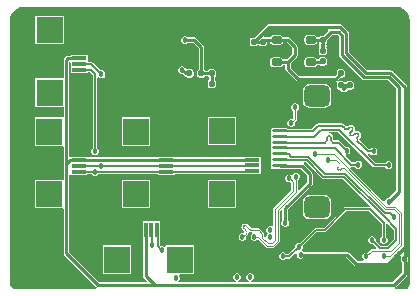
<source format=gtl>
G04*
G04 #@! TF.GenerationSoftware,Altium Limited,Altium Designer,21.9.2 (33)*
G04*
G04 Layer_Physical_Order=1*
G04 Layer_Color=255*
%FSLAX25Y25*%
%MOIN*%
G70*
G04*
G04 #@! TF.SameCoordinates,6337DD35-F76D-4253-AB87-260676900378*
G04*
G04*
G04 #@! TF.FilePolarity,Positive*
G04*
G01*
G75*
%ADD10C,0.01000*%
%ADD13R,0.08661X0.08661*%
%ADD14R,0.04921X0.01181*%
%ADD15R,0.08661X0.08661*%
%ADD16R,0.01181X0.04921*%
G04:AMPARAMS|DCode=17|XSize=86mil|YSize=72mil|CornerRadius=18mil|HoleSize=0mil|Usage=FLASHONLY|Rotation=0.000|XOffset=0mil|YOffset=0mil|HoleType=Round|Shape=RoundedRectangle|*
%AMROUNDEDRECTD17*
21,1,0.08600,0.03600,0,0,0.0*
21,1,0.05000,0.07200,0,0,0.0*
1,1,0.03600,0.02500,-0.01800*
1,1,0.03600,-0.02500,-0.01800*
1,1,0.03600,-0.02500,0.01800*
1,1,0.03600,0.02500,0.01800*
%
%ADD17ROUNDEDRECTD17*%
G04:AMPARAMS|DCode=18|XSize=20mil|YSize=20mil|CornerRadius=5mil|HoleSize=0mil|Usage=FLASHONLY|Rotation=0.000|XOffset=0mil|YOffset=0mil|HoleType=Round|Shape=RoundedRectangle|*
%AMROUNDEDRECTD18*
21,1,0.02000,0.01000,0,0,0.0*
21,1,0.01000,0.02000,0,0,0.0*
1,1,0.01000,0.00500,-0.00500*
1,1,0.01000,-0.00500,-0.00500*
1,1,0.01000,-0.00500,0.00500*
1,1,0.01000,0.00500,0.00500*
%
%ADD18ROUNDEDRECTD18*%
G04:AMPARAMS|DCode=19|XSize=23.62mil|YSize=35mil|CornerRadius=5.91mil|HoleSize=0mil|Usage=FLASHONLY|Rotation=90.000|XOffset=0mil|YOffset=0mil|HoleType=Round|Shape=RoundedRectangle|*
%AMROUNDEDRECTD19*
21,1,0.02362,0.02319,0,0,90.0*
21,1,0.01181,0.03500,0,0,90.0*
1,1,0.01181,0.01159,0.00591*
1,1,0.01181,0.01159,-0.00591*
1,1,0.01181,-0.01159,-0.00591*
1,1,0.01181,-0.01159,0.00591*
%
%ADD19ROUNDEDRECTD19*%
G04:AMPARAMS|DCode=20|XSize=20mil|YSize=20mil|CornerRadius=5mil|HoleSize=0mil|Usage=FLASHONLY|Rotation=270.000|XOffset=0mil|YOffset=0mil|HoleType=Round|Shape=RoundedRectangle|*
%AMROUNDEDRECTD20*
21,1,0.02000,0.01000,0,0,270.0*
21,1,0.01000,0.02000,0,0,270.0*
1,1,0.01000,-0.00500,-0.00500*
1,1,0.01000,-0.00500,0.00500*
1,1,0.01000,0.00500,0.00500*
1,1,0.01000,0.00500,-0.00500*
%
%ADD20ROUNDEDRECTD20*%
G04:AMPARAMS|DCode=21|XSize=50mil|YSize=10mil|CornerRadius=2.5mil|HoleSize=0mil|Usage=FLASHONLY|Rotation=180.000|XOffset=0mil|YOffset=0mil|HoleType=Round|Shape=RoundedRectangle|*
%AMROUNDEDRECTD21*
21,1,0.05000,0.00500,0,0,180.0*
21,1,0.04500,0.01000,0,0,180.0*
1,1,0.00500,-0.02250,0.00250*
1,1,0.00500,0.02250,0.00250*
1,1,0.00500,0.02250,-0.00250*
1,1,0.00500,-0.02250,-0.00250*
%
%ADD21ROUNDEDRECTD21*%
%ADD32C,0.00400*%
%ADD33C,0.00600*%
%ADD34C,0.15748*%
%ADD35C,0.01800*%
G36*
X57089Y21901D02*
Y17613D01*
X57064Y17602D01*
X56698Y17236D01*
X56500Y16759D01*
Y16241D01*
X56698Y15764D01*
X57064Y15398D01*
X57541Y15200D01*
X58059D01*
X58536Y15398D01*
X58902Y15764D01*
X59100Y16241D01*
Y16759D01*
X58902Y17236D01*
X58536Y17602D01*
X58517Y17610D01*
Y21869D01*
X59017Y22076D01*
X61186Y19907D01*
Y16800D01*
X58800Y14414D01*
X56896D01*
X55191Y16119D01*
X55200Y16141D01*
Y16659D01*
X55002Y17136D01*
X54636Y17502D01*
X54159Y17700D01*
X53641D01*
X53164Y17502D01*
X52798Y17136D01*
X52600Y16659D01*
Y16141D01*
X52798Y15664D01*
X53164Y15298D01*
X53641Y15100D01*
X54159D01*
X54181Y15109D01*
X55379Y13911D01*
X55188Y13449D01*
X53800D01*
X53341Y13259D01*
X52346Y12264D01*
X52259Y12300D01*
X51741D01*
X51264Y12102D01*
X50898Y11736D01*
X50700Y11259D01*
Y10741D01*
X50898Y10264D01*
X51144Y10018D01*
X50975Y9518D01*
X49080D01*
X46349Y12249D01*
X46051Y12448D01*
X45700Y12518D01*
X31021D01*
X30836Y12702D01*
X30632Y12787D01*
X30500Y13362D01*
X30552Y13413D01*
X30750Y13891D01*
Y14408D01*
X30740Y14431D01*
X35396Y19086D01*
X38103D01*
X38376Y19141D01*
X38608Y19295D01*
X45299Y25986D01*
X53004D01*
X57089Y21901D01*
D02*
G37*
G36*
X63613Y12406D02*
X63544Y12335D01*
X63433Y12203D01*
X63391Y12143D01*
X63358Y12087D01*
X63333Y12034D01*
X63317Y11985D01*
X63311Y11940D01*
X63313Y11899D01*
X63324Y11862D01*
X62150Y11850D01*
X62138Y10676D01*
X62101Y10687D01*
X62060Y10689D01*
X62015Y10683D01*
X61966Y10667D01*
X61913Y10643D01*
X61857Y10609D01*
X61797Y10567D01*
X61665Y10456D01*
X61594Y10387D01*
X61313Y11520D01*
X61669Y11845D01*
X62150Y11850D01*
X62155Y12331D01*
X62480Y12687D01*
X63613Y12406D01*
D02*
G37*
G36*
X62181Y94189D02*
X63303Y94041D01*
X64349Y93607D01*
X65247Y92918D01*
X65937Y92020D01*
X66370Y90974D01*
X66518Y89851D01*
X66518D01*
Y86681D01*
Y1719D01*
X66510D01*
X66392Y1125D01*
X66057Y623D01*
X65554Y287D01*
X64961Y169D01*
Y161D01*
X61546D01*
X61451Y652D01*
X61749Y851D01*
X65449Y4551D01*
X65648Y4849D01*
X65718Y5200D01*
Y9179D01*
X65802Y9264D01*
X66000Y9741D01*
Y10259D01*
X65802Y10736D01*
X65718Y10821D01*
Y14300D01*
Y67380D01*
X65648Y67731D01*
X65449Y68029D01*
X60629Y72849D01*
X60331Y73048D01*
X59980Y73118D01*
X52160D01*
X46218Y79060D01*
Y85500D01*
X46148Y85851D01*
X45949Y86149D01*
X43849Y88249D01*
X43551Y88448D01*
X43200Y88518D01*
X19600D01*
X19249Y88448D01*
X18951Y88249D01*
X14620Y83918D01*
X14000D01*
X13649Y83848D01*
X13351Y83649D01*
X13152Y83351D01*
X13082Y83000D01*
Y82000D01*
X13152Y81649D01*
X13351Y81351D01*
X13649Y81152D01*
X14000Y81082D01*
X15000D01*
X15351Y81152D01*
X15649Y81351D01*
X15743Y81493D01*
X16256D01*
X16351Y81351D01*
X16649Y81152D01*
X17000Y81082D01*
X18000D01*
X18351Y81152D01*
X18649Y81351D01*
X18848Y81649D01*
X18918Y82000D01*
Y82323D01*
X19990D01*
X20002Y82263D01*
X20221Y81936D01*
X20549Y81717D01*
X20935Y81640D01*
X23254D01*
X23640Y81717D01*
X23968Y81936D01*
X24187Y82263D01*
X24199Y82323D01*
X25480D01*
X27282Y80520D01*
Y78380D01*
X25580Y76678D01*
X24199D01*
X24187Y76737D01*
X23968Y77065D01*
X23640Y77284D01*
X23254Y77360D01*
X20935D01*
X20549Y77284D01*
X20221Y77065D01*
X20002Y76737D01*
X19925Y76350D01*
Y75169D01*
X20002Y74783D01*
X20221Y74455D01*
X20549Y74236D01*
X20935Y74159D01*
X23254D01*
X23640Y74236D01*
X23968Y74455D01*
X24187Y74783D01*
X24199Y74842D01*
X25042D01*
Y73540D01*
X25112Y73189D01*
X25311Y72891D01*
X28551Y69651D01*
X28849Y69452D01*
X29200Y69382D01*
X41800D01*
X41922Y69407D01*
X42223Y68957D01*
X42152Y68851D01*
X42082Y68500D01*
Y67500D01*
X42152Y67149D01*
X42351Y66851D01*
X42649Y66652D01*
X43000Y66582D01*
X43266D01*
X43398Y66264D01*
X43764Y65898D01*
X44241Y65700D01*
X44759D01*
X45236Y65898D01*
X45602Y66264D01*
X45754Y66631D01*
X46000Y66582D01*
X47000D01*
X47351Y66652D01*
X47649Y66851D01*
X47848Y67149D01*
X47918Y67500D01*
Y68500D01*
X47848Y68851D01*
X47649Y69149D01*
X47351Y69348D01*
X47000Y69418D01*
X46000D01*
X45649Y69348D01*
X45351Y69149D01*
X45257Y69007D01*
X44743D01*
X44649Y69149D01*
X44351Y69348D01*
X44000Y69418D01*
X43000D01*
X42903Y69398D01*
X42657Y69859D01*
X43380Y70582D01*
X44000D01*
X44351Y70652D01*
X44649Y70851D01*
X44848Y71149D01*
X44918Y71500D01*
Y72500D01*
X44848Y72851D01*
X44649Y73149D01*
X44351Y73348D01*
X44000Y73418D01*
X43000D01*
X42649Y73348D01*
X42351Y73149D01*
X42152Y72851D01*
X42082Y72500D01*
Y71880D01*
X41420Y71218D01*
X29580D01*
X26877Y73920D01*
Y75380D01*
X28849Y77351D01*
X29048Y77649D01*
X29118Y78000D01*
Y80900D01*
X29048Y81251D01*
X28849Y81549D01*
X26509Y83889D01*
X26211Y84088D01*
X25860Y84158D01*
X24199D01*
X24187Y84217D01*
X23968Y84545D01*
X23640Y84764D01*
X23254Y84841D01*
X20935D01*
X20549Y84764D01*
X20221Y84545D01*
X20002Y84217D01*
X19990Y84158D01*
X18240D01*
X18143Y84139D01*
X17897Y84599D01*
X19980Y86682D01*
X39178D01*
X39385Y86182D01*
X37620Y84418D01*
X37000D01*
X36649Y84348D01*
X36364Y84158D01*
X35599D01*
X35587Y84217D01*
X35368Y84545D01*
X35040Y84764D01*
X34654Y84841D01*
X32335D01*
X31949Y84764D01*
X31621Y84545D01*
X31402Y84217D01*
X31325Y83831D01*
Y82650D01*
X31402Y82263D01*
X31621Y81936D01*
X31949Y81717D01*
X32335Y81640D01*
X34654D01*
X35040Y81717D01*
X35368Y81936D01*
X35587Y82263D01*
X35599Y82323D01*
X36118D01*
X36152Y82149D01*
X36345Y81860D01*
X36200Y81509D01*
Y80991D01*
X36345Y80640D01*
X36152Y80351D01*
X36082Y80000D01*
Y79000D01*
X36152Y78649D01*
X36351Y78351D01*
X36649Y78152D01*
X37000Y78082D01*
X38000D01*
X38351Y78152D01*
X38649Y78351D01*
X38848Y78649D01*
X38918Y79000D01*
Y80000D01*
X38848Y80351D01*
X38655Y80640D01*
X38800Y80991D01*
Y81509D01*
X38655Y81860D01*
X38848Y82149D01*
X38918Y82500D01*
Y83120D01*
X40580Y84782D01*
X42420D01*
X42982Y84220D01*
Y78100D01*
X43052Y77749D01*
X43251Y77451D01*
X50551Y70151D01*
X50849Y69952D01*
X51200Y69882D01*
X59020D01*
X61882Y67020D01*
Y32980D01*
X59502Y30600D01*
X59241D01*
X58764Y30402D01*
X58398Y30036D01*
X58220Y29606D01*
X57997Y29502D01*
X57700Y29419D01*
X46703Y40416D01*
X46862Y40796D01*
X46939Y40886D01*
X48188D01*
X48198Y40864D01*
X48564Y40498D01*
X49041Y40300D01*
X49559D01*
X50036Y40498D01*
X50402Y40864D01*
X50600Y41341D01*
Y41859D01*
X50402Y42336D01*
X50036Y42702D01*
X49559Y42900D01*
X49041D01*
X48564Y42702D01*
X48198Y42336D01*
X48188Y42314D01*
X47196D01*
X44971Y44538D01*
X45067Y44798D01*
X45217Y45000D01*
X45659D01*
X46136Y45198D01*
X46502Y45564D01*
X46700Y46041D01*
Y46559D01*
X46502Y47036D01*
X46136Y47402D01*
X45659Y47600D01*
X45141D01*
X45119Y47591D01*
X43252Y49457D01*
X43020Y49612D01*
X42747Y49666D01*
X41048D01*
X41038Y49691D01*
X41014Y49701D01*
Y50670D01*
X41028D01*
X40919Y51216D01*
X40609Y51679D01*
X40146Y51989D01*
X39656Y52086D01*
X39705Y52586D01*
X42704D01*
X54395Y40895D01*
X54627Y40741D01*
X54900Y40686D01*
X58289D01*
X58298Y40664D01*
X58664Y40298D01*
X59141Y40100D01*
X59659D01*
X60136Y40298D01*
X60502Y40664D01*
X60700Y41141D01*
Y41659D01*
X60502Y42136D01*
X60136Y42502D01*
X59659Y42700D01*
X59141D01*
X58664Y42502D01*
X58298Y42136D01*
X58289Y42114D01*
X55196D01*
X52512Y44798D01*
X52542Y44966D01*
X52730Y45286D01*
X53289D01*
X53298Y45264D01*
X53664Y44898D01*
X54141Y44700D01*
X54659D01*
X55136Y44898D01*
X55502Y45264D01*
X55700Y45741D01*
Y46259D01*
X55502Y46736D01*
X55136Y47102D01*
X54659Y47300D01*
X54141D01*
X53664Y47102D01*
X53298Y46736D01*
X52827Y46783D01*
X49520Y50090D01*
X49840Y50457D01*
X49840Y50457D01*
X50149Y50920D01*
X50258Y51467D01*
X50149Y52013D01*
X49840Y52476D01*
X49840Y52476D01*
X49377Y52785D01*
X48831Y52894D01*
X48672Y52862D01*
X48246Y53288D01*
X48278Y53446D01*
X48169Y53993D01*
X47860Y54456D01*
X47860Y54456D01*
X47397Y54765D01*
X46851Y54874D01*
X46304Y54765D01*
X45841Y54456D01*
X45363Y54422D01*
X45164Y54446D01*
X44505Y55105D01*
X44273Y55259D01*
X44000Y55314D01*
X35900D01*
X35627Y55259D01*
X35395Y55105D01*
X33894Y53603D01*
X25822D01*
X25819Y53608D01*
X25604Y53752D01*
X25350Y53802D01*
X20850D01*
X20596Y53752D01*
X20381Y53608D01*
X20238Y53393D01*
X20187Y53140D01*
Y52640D01*
X20238Y52386D01*
X20370Y52188D01*
X20381Y52168D01*
Y51643D01*
X20370Y51623D01*
X20238Y51425D01*
X20187Y51171D01*
Y50671D01*
X20238Y50418D01*
X20358Y50238D01*
X20370Y50216D01*
X20377Y49937D01*
X20370Y49658D01*
X20358Y49635D01*
X20238Y49456D01*
X20187Y49203D01*
Y48703D01*
X20238Y48449D01*
X20358Y48270D01*
X20370Y48247D01*
X20377Y47968D01*
X20370Y47690D01*
X20358Y47667D01*
X20238Y47488D01*
X20187Y47234D01*
Y46734D01*
X20238Y46481D01*
X20370Y46282D01*
X20381Y46262D01*
Y45738D01*
X20370Y45717D01*
X20238Y45519D01*
X20187Y45266D01*
Y44766D01*
X20238Y44512D01*
X20370Y44314D01*
X20381Y44294D01*
Y43769D01*
X20370Y43749D01*
X20238Y43551D01*
X20187Y43297D01*
Y42797D01*
X20238Y42544D01*
X20358Y42364D01*
X20370Y42342D01*
X20377Y42063D01*
X20370Y41784D01*
X20358Y41761D01*
X20238Y41582D01*
X20187Y41329D01*
Y40829D01*
X20238Y40575D01*
X20381Y40360D01*
X20596Y40216D01*
X20850Y40166D01*
X23075D01*
X23100Y40161D01*
X30241D01*
X32282Y38120D01*
Y35680D01*
X29711Y33109D01*
X29249Y33301D01*
Y36462D01*
X29336Y36498D01*
X29702Y36864D01*
X29900Y37341D01*
Y37859D01*
X29702Y38336D01*
X29336Y38702D01*
X28859Y38900D01*
X28341D01*
X27864Y38702D01*
X27498Y38336D01*
X27472Y38274D01*
X26936Y38102D01*
X26459Y38300D01*
X25941D01*
X25464Y38102D01*
X25098Y37736D01*
X24900Y37259D01*
Y36741D01*
X25098Y36264D01*
X25464Y35898D01*
X25941Y35700D01*
X26459D01*
X26483Y35710D01*
X26951Y35364D01*
Y33069D01*
X21241Y27359D01*
X21051Y26900D01*
Y21265D01*
X20551Y20989D01*
X20282Y21100D01*
X19765D01*
X19287Y20902D01*
X18922Y20536D01*
X18724Y20059D01*
Y19541D01*
X18922Y19064D01*
X18997Y18989D01*
X19239Y18638D01*
X18997Y18335D01*
X18898Y18236D01*
X18700Y17759D01*
Y17686D01*
X18200Y17459D01*
X17949Y17653D01*
Y18500D01*
X17759Y18959D01*
X16559Y20159D01*
X16100Y20349D01*
X13798D01*
X12435Y21712D01*
X12314Y21762D01*
X12019Y21959D01*
X11551Y22052D01*
X11083Y21959D01*
X11079Y21957D01*
X10677Y21718D01*
X10668Y21712D01*
X10668Y21712D01*
X10668Y21712D01*
X10668Y21712D01*
X10618Y21592D01*
X10421Y21297D01*
X10328Y20829D01*
X10421Y20361D01*
X10618Y20066D01*
X10668Y19945D01*
X11121Y19492D01*
X11276Y19187D01*
X11093Y18964D01*
X10933Y18800D01*
X10441D01*
X9964Y18602D01*
X9598Y18236D01*
X9400Y17759D01*
Y17241D01*
X9598Y16764D01*
X9964Y16398D01*
X10441Y16200D01*
X10959D01*
X11436Y16398D01*
X11802Y16764D01*
X12000Y17241D01*
Y17759D01*
X11964Y17845D01*
X12259Y18141D01*
X12259Y18141D01*
X12401Y18282D01*
X12451Y18403D01*
X12648Y18698D01*
X12699Y18958D01*
X12742Y19013D01*
X13138Y19216D01*
X13224Y19226D01*
X13309Y19170D01*
X13657Y19100D01*
X13764Y19056D01*
X13875Y18803D01*
X13912Y18551D01*
X13598Y18236D01*
X13400Y17759D01*
Y17241D01*
X13598Y16764D01*
X13964Y16398D01*
X14441Y16200D01*
X14959D01*
X15436Y16398D01*
X15760Y16722D01*
X18341Y14141D01*
X18800Y13951D01*
X20944D01*
X21404Y14141D01*
X22959Y15696D01*
X23149Y16156D01*
Y26131D01*
X23520Y26502D01*
X23982Y26311D01*
Y22921D01*
X23898Y22836D01*
X23700Y22359D01*
Y21841D01*
X23898Y21364D01*
X24264Y20998D01*
X24741Y20800D01*
X25259D01*
X25736Y20998D01*
X26102Y21364D01*
X26300Y21841D01*
Y22359D01*
X26102Y22836D01*
X25818Y23121D01*
Y26620D01*
X33849Y34651D01*
X34048Y34949D01*
X34118Y35300D01*
Y38500D01*
X34048Y38851D01*
X33849Y39149D01*
X31270Y41728D01*
X31112Y41833D01*
X31263Y42333D01*
X31957D01*
X37209Y37081D01*
X37441Y36926D01*
X37714Y36872D01*
X44204D01*
X53163Y27914D01*
X52956Y27414D01*
X45003D01*
X44730Y27359D01*
X44498Y27205D01*
X37807Y20514D01*
X35100D01*
X34827Y20459D01*
X34595Y20305D01*
X29731Y15440D01*
X29708Y15450D01*
X29191D01*
X28713Y15252D01*
X28348Y14886D01*
X28150Y14408D01*
Y13891D01*
X28159Y13868D01*
X26004Y11714D01*
X25394D01*
X25302Y11936D01*
X24936Y12302D01*
X24459Y12500D01*
X23941D01*
X23464Y12302D01*
X23098Y11936D01*
X22900Y11459D01*
Y10941D01*
X23098Y10464D01*
X23464Y10098D01*
X23941Y9900D01*
X24459D01*
X24936Y10098D01*
X25125Y10286D01*
X26300D01*
X26573Y10341D01*
X26805Y10495D01*
X28338Y12029D01*
X28598Y11933D01*
X28800Y11784D01*
Y11341D01*
X28998Y10864D01*
X29364Y10498D01*
X29841Y10300D01*
X30359D01*
X30836Y10498D01*
X31021Y10682D01*
X45320D01*
X48051Y7951D01*
X48349Y7752D01*
X48700Y7682D01*
X59100D01*
X59451Y7752D01*
X59749Y7951D01*
X61859Y10061D01*
X61894Y10075D01*
X61956Y10134D01*
X62062Y10224D01*
X62092Y10245D01*
X62107Y10254D01*
X62134Y10243D01*
X62235Y10284D01*
X62344Y10295D01*
X62384Y10344D01*
X62441Y10367D01*
X62484Y10467D01*
X62553Y10552D01*
X62547Y10614D01*
X62571Y10672D01*
X62572Y10774D01*
X63066Y11269D01*
X63535Y11141D01*
X63616Y11028D01*
X63657Y10795D01*
X63598Y10736D01*
X63400Y10259D01*
Y9741D01*
X63598Y9264D01*
X63882Y8979D01*
Y5580D01*
X60720Y2418D01*
X13601D01*
X13559Y2900D01*
X14036Y3098D01*
X14402Y3464D01*
X14600Y3941D01*
Y4459D01*
X14402Y4936D01*
X14036Y5302D01*
X13559Y5500D01*
X13041D01*
X12564Y5302D01*
X12198Y4936D01*
X12000Y4459D01*
Y3941D01*
X12198Y3464D01*
X12564Y3098D01*
X13041Y2900D01*
X12999Y2418D01*
X9201D01*
X9159Y2900D01*
X9636Y3098D01*
X10002Y3464D01*
X10200Y3941D01*
Y4459D01*
X10002Y4936D01*
X9636Y5302D01*
X9159Y5500D01*
X8641D01*
X8164Y5302D01*
X7798Y4936D01*
X7600Y4459D01*
Y3941D01*
X7798Y3464D01*
X8164Y3098D01*
X8641Y2900D01*
X8599Y2418D01*
X-10475D01*
X-10644Y2918D01*
X-10398Y3164D01*
X-10200Y3641D01*
Y4159D01*
X-10398Y4636D01*
X-10460Y4699D01*
X-10253Y5199D01*
X-5437D01*
Y14660D01*
X-14898D01*
Y14344D01*
X-15398Y14136D01*
X-15464Y14202D01*
X-15941Y14400D01*
X-16459D01*
X-16552Y14361D01*
X-16886Y14696D01*
Y17010D01*
X-16657D01*
Y22731D01*
X-22575D01*
Y17010D01*
X-22502D01*
Y4521D01*
X-22432Y4170D01*
X-22233Y3872D01*
X-21240Y2880D01*
X-21432Y2418D01*
X-37120D01*
X-47082Y12380D01*
Y37996D01*
X-46690Y38257D01*
X-40969D01*
Y38533D01*
X-39511D01*
X-39502Y38511D01*
X-39136Y38145D01*
X-38659Y37947D01*
X-38141D01*
X-37664Y38145D01*
X-37298Y38511D01*
X-37288Y38533D01*
X-17590D01*
Y38257D01*
X-11869D01*
Y38583D01*
X11010D01*
Y38357D01*
X16731D01*
Y40325D01*
Y44275D01*
X11010D01*
Y44111D01*
X10394D01*
X10346Y44102D01*
X-11869D01*
Y44175D01*
X-17590D01*
Y44102D01*
X-40969D01*
Y44175D01*
X-46690D01*
X-47047Y44412D01*
X-47082Y44451D01*
Y75602D01*
X-47020Y75661D01*
X-46520Y75448D01*
Y72089D01*
X-40798D01*
Y72366D01*
X-40076D01*
X-39114Y71404D01*
Y47111D01*
X-39136Y47102D01*
X-39502Y46736D01*
X-39700Y46259D01*
Y45741D01*
X-39502Y45264D01*
X-39136Y44898D01*
X-38659Y44700D01*
X-38141D01*
X-37664Y44898D01*
X-37298Y45264D01*
X-37100Y45741D01*
Y46259D01*
X-37298Y46736D01*
X-37664Y47102D01*
X-37686Y47111D01*
Y70541D01*
X-37186Y70748D01*
X-37036Y70598D01*
X-36559Y70400D01*
X-36041D01*
X-35564Y70598D01*
X-35198Y70964D01*
X-35000Y71441D01*
Y71959D01*
X-35198Y72436D01*
X-35564Y72802D01*
X-36041Y73000D01*
X-36559D01*
X-36581Y72991D01*
X-39143Y75553D01*
X-39375Y75707D01*
X-39648Y75762D01*
X-40798D01*
Y78008D01*
X-46520D01*
Y77935D01*
X-47383D01*
X-47734Y77865D01*
X-48032Y77666D01*
X-48649Y77049D01*
X-48848Y76751D01*
X-48918Y76400D01*
Y70331D01*
X-58331D01*
Y60869D01*
X-48918D01*
Y57813D01*
X-49040Y57364D01*
X-49418Y57364D01*
X-58501D01*
Y47903D01*
X-49418D01*
X-49040Y47903D01*
X-48918Y47453D01*
Y41800D01*
Y36947D01*
X-49040Y36498D01*
X-49418Y36498D01*
X-58501D01*
Y27036D01*
X-49418D01*
X-49040Y27036D01*
X-48918Y26587D01*
Y12000D01*
X-48848Y11649D01*
X-48649Y11351D01*
X-38149Y851D01*
X-37851Y652D01*
X-37946Y161D01*
X-64961D01*
Y164D01*
X-65651Y301D01*
X-66237Y692D01*
X-66628Y1278D01*
X-66765Y1969D01*
X-66768D01*
Y19088D01*
X-66768Y19090D01*
X-66753Y19223D01*
X-66660Y19685D01*
X-66660D01*
X-66638Y19955D01*
X-66692Y20229D01*
X-66768Y20342D01*
Y87468D01*
Y89851D01*
X-66768D01*
X-66620Y90974D01*
X-66187Y92020D01*
X-65497Y92918D01*
X-64599Y93607D01*
X-63553Y94041D01*
X-62431Y94189D01*
Y94189D01*
X62181D01*
Y94189D01*
D02*
G37*
%LPC*%
G36*
X-48869Y91197D02*
X-58331D01*
Y81735D01*
X-48869D01*
Y91197D01*
D02*
G37*
G36*
X38000Y77418D02*
X37000D01*
X36649Y77348D01*
X36351Y77149D01*
X36152Y76851D01*
X36118Y76678D01*
X35599D01*
X35587Y76737D01*
X35368Y77065D01*
X35040Y77284D01*
X34654Y77360D01*
X32335D01*
X31949Y77284D01*
X31621Y77065D01*
X31402Y76737D01*
X31325Y76350D01*
Y75169D01*
X31402Y74783D01*
X31621Y74455D01*
X31949Y74236D01*
X32335Y74159D01*
X34654D01*
X35040Y74236D01*
X35368Y74455D01*
X35587Y74783D01*
X35599Y74842D01*
X36364D01*
X36649Y74652D01*
X37000Y74582D01*
X38000D01*
X38351Y74652D01*
X38649Y74851D01*
X38848Y75149D01*
X38918Y75500D01*
Y76500D01*
X38848Y76851D01*
X38649Y77149D01*
X38351Y77348D01*
X38000Y77418D01*
D02*
G37*
G36*
X-9141Y74500D02*
X-9659D01*
X-10136Y74302D01*
X-10502Y73936D01*
X-10700Y73459D01*
Y72941D01*
X-10502Y72464D01*
X-10136Y72098D01*
X-9659Y71900D01*
X-9398D01*
X-8849Y71351D01*
X-8551Y71152D01*
X-8319Y71106D01*
X-8149Y70851D01*
X-7851Y70652D01*
X-7500Y70582D01*
X-6500D01*
X-6149Y70652D01*
X-5851Y70851D01*
X-5652Y71149D01*
X-5582Y71500D01*
Y72500D01*
X-5652Y72851D01*
X-5851Y73149D01*
X-6149Y73348D01*
X-6500Y73418D01*
X-7500D01*
X-7600Y73398D01*
X-7940Y73439D01*
X-8205Y73713D01*
X-8298Y73936D01*
X-8664Y74302D01*
X-9141Y74500D01*
D02*
G37*
G36*
X-8088Y84453D02*
X-8605D01*
X-9083Y84256D01*
X-9449Y83890D01*
X-9646Y83412D01*
Y82895D01*
X-9449Y82417D01*
X-9083Y82051D01*
X-8605Y81853D01*
X-8088D01*
X-7610Y82051D01*
X-7426Y82236D01*
X-5834D01*
X-3918Y80320D01*
Y73303D01*
X-4149Y73149D01*
X-4348Y72851D01*
X-4418Y72500D01*
Y71500D01*
X-4348Y71149D01*
X-4149Y70851D01*
X-3851Y70652D01*
X-3500Y70582D01*
X-2500D01*
X-2149Y70652D01*
X-1851Y70851D01*
X-1697Y71082D01*
X-803D01*
X-649Y70851D01*
X-418Y70697D01*
Y69803D01*
X-649Y69649D01*
X-848Y69351D01*
X-918Y69000D01*
Y68000D01*
X-848Y67649D01*
X-649Y67351D01*
X-351Y67152D01*
X0Y67082D01*
X1000D01*
X1351Y67152D01*
X1649Y67351D01*
X1848Y67649D01*
X1918Y68000D01*
Y69000D01*
X1848Y69351D01*
X1649Y69649D01*
X1418Y69803D01*
Y70697D01*
X1649Y70851D01*
X1848Y71149D01*
X1918Y71500D01*
Y72500D01*
X1848Y72851D01*
X1649Y73149D01*
X1351Y73348D01*
X1000Y73418D01*
X0D01*
X-351Y73348D01*
X-649Y73149D01*
X-803Y72918D01*
X-1697D01*
X-1851Y73149D01*
X-2082Y73303D01*
Y80700D01*
X-2152Y81051D01*
X-2351Y81349D01*
X-4805Y83802D01*
X-5102Y84001D01*
X-5454Y84071D01*
X-7426D01*
X-7610Y84256D01*
X-8088Y84453D01*
D02*
G37*
G36*
X38000Y68606D02*
X33000D01*
X32142Y68435D01*
X31414Y67949D01*
X30928Y67221D01*
X30757Y66363D01*
Y62763D01*
X30928Y61905D01*
X31414Y61177D01*
X32142Y60691D01*
X33000Y60520D01*
X38000D01*
X38858Y60691D01*
X39586Y61177D01*
X40072Y61905D01*
X40243Y62763D01*
Y66363D01*
X40072Y67221D01*
X39586Y67949D01*
X38858Y68435D01*
X38000Y68606D01*
D02*
G37*
G36*
X28559Y62000D02*
X28041D01*
X27564Y61802D01*
X27198Y61436D01*
X27000Y60959D01*
Y60441D01*
X27198Y59964D01*
X27564Y59598D01*
X27651Y59562D01*
Y57112D01*
X27263Y56798D01*
X27259Y56800D01*
X26741D01*
X26264Y56602D01*
X25898Y56236D01*
X25700Y55759D01*
Y55241D01*
X25898Y54764D01*
X26264Y54398D01*
X26741Y54200D01*
X27259D01*
X27736Y54398D01*
X28102Y54764D01*
X28300Y55241D01*
Y55759D01*
X28264Y55845D01*
X28759Y56341D01*
X28949Y56800D01*
Y59562D01*
X29036Y59598D01*
X29402Y59964D01*
X29600Y60441D01*
Y60959D01*
X29402Y61436D01*
X29036Y61802D01*
X28559Y62000D01*
D02*
G37*
G36*
X8660Y57464D02*
X-801D01*
Y48002D01*
X8660D01*
Y57464D01*
D02*
G37*
G36*
X-19940Y57364D02*
X-29401D01*
Y47903D01*
X-19940D01*
Y57364D01*
D02*
G37*
G36*
X8660Y36598D02*
X-801D01*
Y27136D01*
X8660D01*
Y36598D01*
D02*
G37*
G36*
X-19940Y36498D02*
X-29401D01*
Y27036D01*
X-19940D01*
Y36498D01*
D02*
G37*
G36*
X38000Y31480D02*
X33000D01*
X32142Y31309D01*
X31414Y30823D01*
X30928Y30095D01*
X30757Y29237D01*
Y25637D01*
X30928Y24779D01*
X31414Y24051D01*
X32142Y23565D01*
X33000Y23394D01*
X38000D01*
X38858Y23565D01*
X39586Y24051D01*
X40072Y24779D01*
X40243Y25637D01*
Y29237D01*
X40072Y30095D01*
X39586Y30823D01*
X38858Y31309D01*
X38000Y31480D01*
D02*
G37*
G36*
X-26302Y14660D02*
X-35764D01*
Y5199D01*
X-26302D01*
Y14660D01*
D02*
G37*
%LPD*%
D10*
X-43914Y43100D02*
X-43830Y43184D01*
X-16462D01*
X10394Y43194D02*
X13780D01*
X10384Y43184D02*
X10394Y43194D01*
X13780D02*
X13871Y43284D01*
X-14729Y43184D02*
X10384D01*
X-48000Y41800D02*
Y76400D01*
Y41800D02*
X-46700Y43100D01*
X-48000Y12000D02*
Y41800D01*
X-46700Y43100D02*
X-43914D01*
X64800Y5200D02*
Y14300D01*
X-48000Y76400D02*
X-47383Y77017D01*
X-43659D01*
X-48000Y12000D02*
X-37500Y1500D01*
X-18563D01*
X30100Y11600D02*
X45700D01*
X48700Y8600D01*
X24900Y22200D02*
X25000Y22100D01*
X24900Y22200D02*
Y27000D01*
X33200Y35300D01*
X-18563Y1500D02*
X61100D01*
X-21584Y4521D02*
X-18563Y1500D01*
X-21584Y4521D02*
Y19871D01*
X59100Y8600D02*
X64800Y14300D01*
X61100Y1500D02*
X64800Y5200D01*
X44500Y67000D02*
X45500Y68000D01*
X46500D01*
X43500D02*
X45500D01*
X41800Y70300D02*
X43500Y72000D01*
X43900Y78100D02*
X51200Y70800D01*
X45300Y78680D02*
Y85500D01*
X43900Y78100D02*
Y84600D01*
X51200Y70800D02*
X59400D01*
X51780Y72200D02*
X59980D01*
X45300Y78680D02*
X51780Y72200D01*
X59980D02*
X64800Y67380D01*
X43200Y87600D02*
X45300Y85500D01*
X64800Y14300D02*
Y67380D01*
X29200Y70300D02*
X41800D01*
X25960Y73540D02*
X29200Y70300D01*
X25960Y73540D02*
Y75760D01*
X33200Y35300D02*
Y38500D01*
X48700Y8600D02*
X59100D01*
X19600Y87600D02*
X43200D01*
X14500Y82500D02*
X19600Y87600D01*
X30621Y41079D02*
X33200Y38500D01*
X23100Y41079D02*
X30621D01*
X22095Y75760D02*
X25960D01*
X28200Y78000D01*
Y80900D01*
X25860Y83240D02*
X28200Y80900D01*
X22095Y83240D02*
X25860D01*
X18240D02*
X22095D01*
X17500Y82500D02*
X18240Y83240D01*
X14500Y82500D02*
X17500D01*
X59400Y70800D02*
X62800Y67400D01*
Y32600D02*
Y67400D01*
X59500Y29300D02*
X62800Y32600D01*
X42800Y85700D02*
X43900Y84600D01*
X37500Y83000D02*
X40200Y85700D01*
X42800D01*
X37500Y81250D02*
Y83000D01*
Y79500D02*
Y81250D01*
X-3000Y72000D02*
Y80700D01*
X-5454Y83153D02*
X-3000Y80700D01*
X-8347Y83153D02*
X-5454D01*
X-9400Y73200D02*
X-8200Y72000D01*
X-7000D01*
X500Y68500D02*
Y72000D01*
X-3000D02*
X500D01*
X33494Y75760D02*
X37260D01*
X37260Y83240D02*
X37500Y83000D01*
X33494Y83240D02*
X37260D01*
D13*
X-53771Y31767D02*
D03*
Y52633D02*
D03*
X-53600Y65600D02*
D03*
Y86466D02*
D03*
X3929Y31867D02*
D03*
Y52733D02*
D03*
X-24670Y31767D02*
D03*
Y52633D02*
D03*
D14*
X-43830Y45152D02*
D03*
Y43184D02*
D03*
Y41215D02*
D03*
Y39247D02*
D03*
X-43659Y78985D02*
D03*
Y77017D02*
D03*
Y75048D02*
D03*
Y73080D02*
D03*
X13871Y45252D02*
D03*
Y43284D02*
D03*
Y41315D02*
D03*
Y39347D02*
D03*
X-14729Y45152D02*
D03*
Y43184D02*
D03*
Y41215D02*
D03*
Y39247D02*
D03*
D15*
X-10167Y9929D02*
D03*
X-31033D02*
D03*
D16*
X-23552Y19871D02*
D03*
X-21584D02*
D03*
X-19615D02*
D03*
X-17647D02*
D03*
D17*
X35500Y64563D02*
D03*
Y27437D02*
D03*
D18*
X43500Y72000D02*
D03*
Y68000D02*
D03*
X46500D02*
D03*
Y72000D02*
D03*
X17500Y78500D02*
D03*
Y82500D02*
D03*
X14500Y78500D02*
D03*
Y82500D02*
D03*
D19*
X22095Y75760D02*
D03*
Y79500D02*
D03*
Y83240D02*
D03*
X33494D02*
D03*
Y75760D02*
D03*
D20*
X-7000Y72000D02*
D03*
X-3000D02*
D03*
X4500D02*
D03*
X500D02*
D03*
X4500Y68500D02*
D03*
X500D02*
D03*
X41500Y83000D02*
D03*
X37500D02*
D03*
X41500Y79500D02*
D03*
X37500D02*
D03*
X41500Y76000D02*
D03*
X37500D02*
D03*
D21*
X23100Y52890D02*
D03*
Y50921D02*
D03*
Y48953D02*
D03*
Y46984D02*
D03*
Y45016D02*
D03*
Y43047D02*
D03*
Y41079D02*
D03*
Y39110D02*
D03*
D32*
X44587Y40313D02*
G03*
X43738Y40313I-424J-424D01*
G01*
X42501Y39924D02*
G03*
X43350Y39924I424J424D01*
G01*
X42501Y40773D02*
G03*
X42501Y39924I424J-424D01*
G01*
X42890Y41162D02*
G03*
X42890Y42010I-424J424D01*
G01*
X13353Y19876D02*
G03*
X13777Y19700I424J424D01*
G01*
X11975Y21253D02*
G03*
X11127Y21253I-424J-424D01*
G01*
X11127Y21253D02*
G03*
X11127Y20404I424J-424D01*
G01*
X11942Y18742D02*
G03*
X11942Y19590I-424J424D01*
G01*
X14700Y17500D02*
X15900D01*
X18800Y14600D01*
X17300Y17231D02*
X19131Y15400D01*
X20613D01*
X21700Y16487D01*
X20944Y14600D02*
X22500Y16156D01*
X18800Y14600D02*
X20944D01*
X10700Y17500D02*
X11800Y18600D01*
X17300Y17231D02*
Y18500D01*
X16100Y19700D02*
X17300Y18500D01*
X15700Y19700D02*
X16100D01*
X22500Y16156D02*
Y26400D01*
X21700Y16487D02*
Y26900D01*
X28300Y56800D02*
Y60700D01*
X27000Y55500D02*
X28300Y56800D01*
X44587Y40313D02*
X45200Y39700D01*
X44587Y40313D02*
X44587Y40313D01*
X43350Y39924D02*
X43738Y40313D01*
X43350Y39924D02*
X43350D01*
X42501Y39924D02*
X42501Y39924D01*
X42501Y39924D02*
X42501Y39924D01*
X42501D02*
X42501Y39924D01*
Y40773D02*
X42890Y41162D01*
X42890Y42010D02*
X42890Y42010D01*
X41900Y43000D02*
X42890Y42010D01*
X45200Y39700D02*
X58100Y26800D01*
X39300Y43000D02*
X41900D01*
X52000Y11000D02*
X53800Y12800D01*
X60200D01*
X62900Y15500D01*
Y25200D01*
X59900Y11100D02*
X63700Y14900D01*
X58600Y27600D02*
X61631D01*
X58000Y11100D02*
X59900D01*
X63700Y14900D02*
Y25531D01*
X61631Y27600D02*
X63700Y25531D01*
X61300Y26800D02*
X62900Y25200D01*
X58100Y26800D02*
X61300D01*
X41200Y45000D02*
X58600Y27600D01*
X34900Y45000D02*
X41200D01*
X13777Y19700D02*
X15700D01*
X11975Y21253D02*
X13353Y19876D01*
X11127Y21253D02*
X11127Y21253D01*
X11127Y20404D02*
X11942Y19590D01*
X11942Y19590D02*
X11942Y19590D01*
X11800Y18600D02*
X11942Y18742D01*
X28600Y32500D02*
Y37600D01*
X26500Y37000D02*
X27600Y35900D01*
X26200Y37000D02*
X26500D01*
X27600Y32800D02*
Y35900D01*
X21700Y26900D02*
X27600Y32800D01*
X22500Y26400D02*
X28600Y32500D01*
D33*
X48972Y50618D02*
G03*
X48972Y49628I495J-495D01*
G01*
X49325Y50972D02*
G03*
X49325Y51961I-495J495D01*
G01*
X49325Y51961D02*
G03*
X48336Y51961I-495J-495D01*
G01*
X46699Y51315D02*
G03*
X47689Y51315I495J495D01*
G01*
X46699Y52305D02*
G03*
X46699Y51315I495J-495D01*
G01*
X47346Y52951D02*
G03*
X47346Y53941I-495J495D01*
G01*
D02*
G03*
X46356Y53941I-495J-495D01*
G01*
X45012Y53588D02*
G03*
X46002Y53588I495J495D01*
G01*
X40300Y49653D02*
G03*
X41000Y48953I700J0D01*
G01*
X40300Y50670D02*
G03*
X38900Y50670I-700J0D01*
G01*
X38200Y48953D02*
G03*
X38900Y49653I0J700D01*
G01*
X24400Y11000D02*
X26300D01*
X29450Y14150D02*
X35100Y19800D01*
X24200Y11200D02*
X24400Y11000D01*
X26300D02*
X29450Y14150D01*
X-43659Y75048D02*
X-39648D01*
X-36300Y71700D01*
X-38400Y46000D02*
Y71700D01*
X-43830Y41215D02*
X-14729D01*
X-39780Y73080D02*
X-38400Y71700D01*
X-43659Y73080D02*
X-39780D01*
X-43830Y39247D02*
X-14729D01*
X-14680Y39297D02*
X13821D01*
X-14729Y39247D02*
X-14680Y39297D01*
X13821D02*
X13871Y39347D01*
X13821Y41265D02*
X13871Y41315D01*
X-14729Y41215D02*
X-14680Y41265D01*
X13821D01*
X35100Y19800D02*
X38103D01*
X45003Y26700D01*
X-16300Y13100D02*
X-16200D01*
X-17600Y14400D02*
X-16300Y13100D01*
X-17647Y19871D02*
X-17600Y19823D01*
Y14400D02*
Y19823D01*
X-19558Y14758D02*
Y19813D01*
X-19615Y19871D02*
X-19558Y19813D01*
Y14758D02*
X-19500Y14700D01*
X59096Y13700D02*
X61900Y16504D01*
X56600Y13700D02*
X59096D01*
X61900Y16504D02*
Y20203D01*
X57775Y24327D02*
X61900Y20203D01*
X58173Y25327D02*
X59973D01*
X61300Y24000D01*
X38300Y38600D02*
X44900D01*
X58173Y25327D01*
X37714Y37586D02*
X44500D01*
X57759Y24327D01*
X57775D01*
X23100Y43047D02*
X32253D01*
X37714Y37586D01*
X27000Y44200D02*
X32700D01*
X38300Y38600D01*
X36800Y53300D02*
X43000D01*
X54900Y41400D02*
X59400D01*
X43000Y53300D02*
X54900Y41400D01*
X48972Y49628D02*
X50750Y47850D01*
X48972Y50618D02*
X49325Y50972D01*
X49325Y51961D02*
X49325Y51961D01*
X48336D02*
Y51961D01*
X47689Y51315D02*
X48336Y51961D01*
X46699Y51315D02*
X46699Y51315D01*
X46699Y51315D02*
X46699Y51315D01*
X46699D02*
X46699Y51315D01*
Y52305D02*
Y52305D01*
X47346Y52951D01*
X46356Y53941D02*
Y53941D01*
X46002Y53588D02*
X46356Y53941D01*
X44800Y53800D02*
X45012Y53588D01*
X50750Y47850D02*
X52600Y46000D01*
X44000Y54600D02*
X44800Y53800D01*
X52600Y46000D02*
X54400D01*
X35900Y54600D02*
X44000D01*
X34421Y50921D02*
X36800Y53300D01*
X34190Y52890D02*
X35900Y54600D01*
X23100Y52890D02*
X34190D01*
X23100Y50921D02*
X34421D01*
X23100Y48953D02*
X37900D01*
X41000D02*
X42276D01*
X40300Y49653D02*
Y50670D01*
X38900Y49653D02*
Y50670D01*
X37900Y48953D02*
X38200D01*
X42276D02*
X42747D01*
X45400Y46300D01*
X23100Y46984D02*
X41516D01*
X46900Y41600D02*
X49300D01*
X41516Y46984D02*
X46900Y41600D01*
X53300Y26700D02*
X57803Y22197D01*
X45003Y26700D02*
X53300D01*
X26184Y45016D02*
X27000Y44200D01*
X23100Y45016D02*
X26184D01*
X53866Y16434D02*
X53900Y16400D01*
X56600Y13700D01*
X57803Y16503D02*
Y22197D01*
X57800Y16500D02*
X57803Y16503D01*
D34*
X55118Y82677D02*
D03*
X-31496D02*
D03*
D35*
X24200Y11200D02*
D03*
X-36383Y41215D02*
D03*
X-38400Y39247D02*
D03*
X-36300Y71700D02*
D03*
X-38400Y46000D02*
D03*
X14500Y66500D02*
D03*
X17500D02*
D03*
X20500D02*
D03*
X-55100Y9177D02*
D03*
X30100Y11600D02*
D03*
X29450Y14150D02*
D03*
X25000Y22100D02*
D03*
X-3200Y4200D02*
D03*
X500D02*
D03*
X4700D02*
D03*
X14700Y17500D02*
D03*
X10700D02*
D03*
X-23500Y5000D02*
D03*
X-16200Y13100D02*
D03*
X-19500Y14700D02*
D03*
X-11500Y3900D02*
D03*
X-55500Y5000D02*
D03*
X41500D02*
D03*
X36500Y58000D02*
D03*
X28300Y60700D02*
D03*
X27000Y55500D02*
D03*
X64700Y10000D02*
D03*
X30500Y56000D02*
D03*
X33500D02*
D03*
X13300Y4200D02*
D03*
X8900D02*
D03*
X44500Y67000D02*
D03*
X52000Y58000D02*
D03*
X31000Y36500D02*
D03*
X58500Y37000D02*
D03*
X56000Y34000D02*
D03*
X53500Y37000D02*
D03*
X56500Y52000D02*
D03*
X52000Y53500D02*
D03*
X49000Y56500D02*
D03*
X44500Y58031D02*
D03*
X39500Y58000D02*
D03*
X39300Y43000D02*
D03*
X34900Y45000D02*
D03*
X58000Y11100D02*
D03*
X52000Y11000D02*
D03*
X28600Y37600D02*
D03*
X26200Y37000D02*
D03*
X54400Y46000D02*
D03*
X59400Y41400D02*
D03*
X45400Y46300D02*
D03*
X49300Y41600D02*
D03*
X47300Y13200D02*
D03*
X60200Y19100D02*
D03*
X29400Y4900D02*
D03*
X26100D02*
D03*
X61300Y24000D02*
D03*
X49500Y24600D02*
D03*
X52400Y24500D02*
D03*
X49200Y14700D02*
D03*
X59500Y29300D02*
D03*
X40900Y32800D02*
D03*
X36900D02*
D03*
X-10000Y21500D02*
D03*
X49000Y30000D02*
D03*
X46000Y5500D02*
D03*
X-7500Y4000D02*
D03*
X-29500Y3700D02*
D03*
X20024Y19800D02*
D03*
X20000Y17500D02*
D03*
X22000Y30500D02*
D03*
Y33000D02*
D03*
X24900Y34500D02*
D03*
X46500Y30500D02*
D03*
X39500Y73500D02*
D03*
X37000Y73000D02*
D03*
X34000Y79500D02*
D03*
X31000D02*
D03*
X24000D02*
D03*
X-8000Y68000D02*
D03*
X-11500D02*
D03*
X8500Y82000D02*
D03*
X17000Y76500D02*
D03*
X13000D02*
D03*
X11500Y66500D02*
D03*
X8500D02*
D03*
X37500Y81250D02*
D03*
X-8347Y83153D02*
D03*
X-9400Y73200D02*
D03*
X57800Y16500D02*
D03*
X53900Y16400D02*
D03*
M02*

</source>
